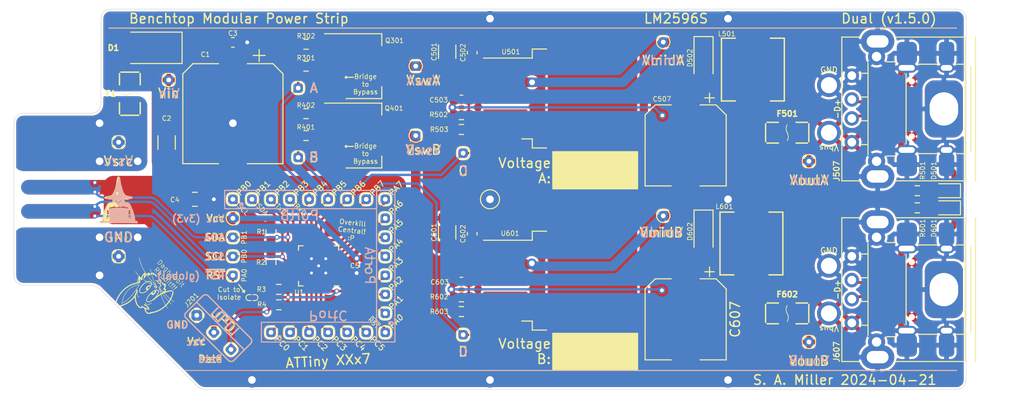
<source format=kicad_pcb>
(kicad_pcb (version 20211014) (generator pcbnew)
  (title_block (title "Benchtop Modular Power Strip") (date "2024-04-21") (rev "1.5.0") (company "S. A. Miller") (comment 1 "LM2596S") (comment 2 "Dual"))
  (layers (0 "F.Cu" signal) (31 "B.Cu" signal) (34 "B.Paste" user) (35 "F.Paste" user) (36 "B.SilkS" user "B.Silkscreen") (37 "F.SilkS" user "F.Silkscreen") (38 "B.Mask" user) (39 "F.Mask" user) (44 "Edge.Cuts" user))
  (net 0 "")
  (net 1 "GND")
  (net 2 "~{RESET}")
  (net 3 "Dat0")
  (net 4 "PA4")
  (net 5 "PA5")
  (net 6 "PA6")
  (net 7 "PA7")
  (net 8 "PB2")
  (net 9 "PB3")
  (net 10 "PA1")
  (net 11 "PA2")
  (net 12 "PA3")
  (net 13 "PB0")
  (net 14 "PB1")
  (net 15 "PB4")
  (net 16 "PB5")
  (net 17 "PB6")
  (net 18 "PB7")
  (net 19 "PC2")
  (net 20 "PC3")
  (net 21 "PC4")
  (net 22 "PC5")
  (net 23 "Vsrc")
  (net 24 "Vin")
  (net 25 "/Source Power Rail/Vprot")
  (net 26 "PA0")
  (net 27 "I2C-Vcc")
  (net 28 "PC0")
  (net 29 "PC1")
  (net 30 "Net-(Q301-Pad1)")
  (net 31 "VswA")
  (net 32 "Net-(Q401-Pad1)")
  (net 33 "VswB")
  (net 34 "Net-(C603-Pad1)")
  (net 35 "Net-(D501-Pad2)")
  (net 36 "VoutA")
  (net 49 "VoutB")
  (net 50 "Net-(D601-Pad2)")
  (net 51 "/OUT-A/Feedback A")
  (net 52 "/OUT-A/Vmid A")
  (net 53 "Net-(C503-Pad1)")
  (net 54 "/OUT-B/Feedback B")
  (net 55 "/OUT-B/Vmid B")
  (footprint "tinker:TestPoint_THTPad_D1.0mm_Drill0.5mm" (layer "F.Cu") (at 79 114)
    (fp_text reference "PC1")
    (fp_text value "CtrlC" hide)
  )
  (footprint "Capacitor_SMD:C_0603_1608Metric" (layer "F.Cu") (at 97 108.712)
    (fp_text reference "C603")
    (fp_text value "200p")
  )
  (footprint "Package_TO_SOT_SMD:SOT-223-3_TabPin2" (layer "F.Cu") (at 86.7278 93.3)
    (fp_text reference "Q401")
    (fp_text value "ZXMP4A16G")
  )
  (footprint "Resistor_SMD:R_0603_1608Metric" (layer "F.Cu") (at 97 91.1)
    (fp_text reference "R502")
    (fp_text value "3K")
  )
  (footprint "tinker:TestPoint_THTPad_D1.0mm_Drill0.5mm" (layer "F.Cu") (at 92.2 93.3)
    (fp_text reference "TP402" hide)
    (fp_text value "VswB" hide)
  )
  (footprint "Capacitor_SMD:C_0805_2012Metric" (layer "F.Cu") (at 69 100)
    (fp_text reference "C4")
    (fp_text value "4.7uF")
  )
  (footprint "tinker:IND-SMD_L7.1-W6.6" (layer "F.Cu") (at 127.4572 104.648 -90)
    (fp_text reference "L601")
    (fp_text value "68uH")
  )
  (footprint "Resistor_SMD:R_0603_1608Metric" (layer "F.Cu") (at 77.825 109.474)
    (fp_text reference "R3")
    (fp_text value "10k")
  )
  (footprint "LED_SMD:LED_0603_1608Metric" (layer "F.Cu") (at 147.9296 99.1 180)
    (fp_text reference "D501")
    (fp_text value "LED")
  )
  (footprint "Resistor_SMD:R_0603_1608Metric" (layer "F.Cu") (at 80.6794 86)
    (fp_text reference "R301")
    (fp_text value "100R")
  )
  (footprint "tinker:TestPoint_THTPad_D1.0mm_Drill0.5mm" (layer "F.Cu") (at 73 108)
    (fp_text reference "TP3" hide)
    (fp_text value "Dat0" hide)
  )
  (footprint "tinker:TestPoint_THTPad_D1.0mm_Drill0.5mm" (layer "F.Cu") (at 61 94)
    (fp_text reference "TP1" hide)
    (fp_text value "Vsrc" hide)
  )
  (footprint "tinker:TestPoint_THTPad_D1.0mm_Drill0.5mm" (layer "F.Cu") (at 85 114 90)
    (fp_text reference "PC4")
    (fp_text value "CtrlC" hide)
  )
  (footprint "Capacitor_SMD:C_0603_1608Metric" (layer "F.Cu") (at 86.8172 106.9848 -90)
    (fp_text reference "C5")
    (fp_text value "100nF")
  )
  (footprint "Resistor_SMD:R_0603_1608Metric" (layer "F.Cu") (at 144.8816 100.9)
    (fp_text reference "R601")
    (fp_text value "?")
  )
  (footprint "tinker:TestPoint_THTPad_D1.0mm_Drill0.5mm" (layer "F.Cu") (at 79.8544 95.6)
    (fp_text reference "TP401" hide)
    (fp_text value "CtrlA" hide)
  )
  (footprint "tinker:TestPoint_THTPad_D1.0mm_Drill0.5mm" (layer "F.Cu") (at 81 100 90)
    (fp_text reference "PB4")
    (fp_text value "CtrlB" hide)
  )
  (footprint "tinker:F1206" (layer "F.Cu") (at 62.176 88.9 90)
    (fp_text reference "F1")
    (fp_text value "Polyfuse" hide)
  )
  (footprint "tinker:USB_A+C+XT30" (layer "F.Cu") (at 150 109.5 90)
    (fp_text reference "J607")
    (fp_text value "USB_A+C+XT30" hide)
  )
  (footprint "Resistor_SMD:R_0603_1608Metric" (layer "F.Cu") (at 97 92.6592 180)
    (fp_text reference "R503")
    (fp_text value "1K")
  )
  (footprint "Resistor_SMD:R_0603_1608Metric" (layer "F.Cu") (at 97 110.2558)
    (fp_text reference "R602")
    (fp_text value "3K")
  )
  (footprint "Resistor_SMD:R_0603_1608Metric" (layer "F.Cu") (at 77 103.4288 -90)
    (fp_text reference "R1")
    (fp_text value "10k")
  )
  (footprint "tinker:TestPoint_THTPad_D1.0mm_Drill0.5mm" (layer "F.Cu") (at 89 110 180)
    (fp_text reference "PA2")
    (fp_text value "CtrlA" hide)
  )
  (footprint "tinker:TestPoint_THTPad_D1.0mm_Drill0.5mm" (layer "F.Cu") (at 87 114 90)
    (fp_text reference "PC5")
    (fp_text value "CtrlC" hide)
  )
  (footprint "tinker:TestPoint_THTPad_D1.0mm_Drill0.5mm" (layer "F.Cu") (at 92.2 86)
    (fp_text reference "TP302" hide)
    (fp_text value "VswA" hide)
  )
  (footprint "tinker:TestPoint_THTPad_D1.0mm_Drill0.5mm" (layer "F.Cu") (at 133.5 96)
    (fp_text reference "TP501" hide)
    (fp_text value "Vout1" hide)
  )
  (footprint "Diode_SMD:D_SOD-123" (layer "F.Cu") (at 122.428 85.1408 -90)
    (fp_text reference "D502")
    (fp_text value "PMEG6010CEH")
  )
  (footprint "Resistor_SMD:R_0603_1608Metric" (layer "F.Cu") (at 144.8816 99.1)
    (fp_text reference "R501")
    (fp_text value "?")
  )
  (footprint "Resistor_SMD:R_0603_1608Metric" (layer "F.Cu") (at 77.825 111.0996 180)
    (fp_text reference "R4")
    (fp_text value "330R")
  )
  (footprint "Capacitor_SMD:C_1206_3216Metric" (layer "F.Cu") (at 95.504 84.4804 90)
    (fp_text reference "C501")
    (fp_text value "10uF")
  )
  (footprint "Package_TO_SOT_SMD:TO-263-5_TabPin3" (layer "F.Cu") (at 107.3912 89.4)
    (fp_text reference "U501")
    (fp_text value "LM2596S-ADJ")
  )
  (footprint "tinker:TestPoint_THTPad_D1.0mm_Drill0.5mm" (layer "F.Cu") (at 89 106 180)
    (fp_text reference "PA4")
    (fp_text value "CtrlA" hide)
  )
  (footprint "tinker:IND-SMD_L7.1-W6.6" (layer "F.Cu") (at 127.6096 86.36 -90)
    (fp_text reference "L501")
    (fp_text value "68uH")
  )
  (footprint "tinker:tinySJ-Bridged" (layer "F.Cu") (at 75 110.3376)
    (fp_text reference "JP201" hide)
    (fp_text value "Jumper_2_Bridged" hide)
  )
  (footprint "tinker:TestPoint_THTPad_D1.0mm_Drill0.5mm" (layer "F.Cu") (at 97.1804 114.2492)
    (fp_text reference "TP602" hide)
    (fp_text value "Vmid" hide)
  )
  (footprint "Capacitor_SMD:CP_Elec_10x10" (layer "F.Cu") (at 73 91 -90)
    (fp_text reference "C1")
    (fp_text value "220uF")
  )
  (footprint "tinker:TestPoint_THTPad_D1.0mm_Drill0.5mm" (layer "F.Cu") (at 75 100 90)
    (fp_text reference "PB1")
    (fp_text value "CtrlB" hide)
  )
  (footprint "tinker:TestPoint_THTPad_D1.0mm_Drill0.5mm" (layer "F.Cu") (at 81 114 90)
    (fp_text reference "PC2")
    (fp_text value "CtrlC" hide)
  )
  (footprint "tinker:TestPoint_THTPad_D1.0mm_Drill0.5mm" (layer "F.Cu") (at 89 100 180)
    (fp_text reference "PA7")
    (fp_text value "CtrlA" hide)
  )
  (footprint "Package_DFN_QFN:QFN-24-1EP_4x4mm_P0.5mm_EP2.6x2.6mm" (layer "F.Cu") (at 82 107 180)
    (fp_text reference "U1")
    (fp_text value "ATtiny1617")
  )
  (footprint "tinker:NerdMage" (layer "F.Cu") (at 61 100)
    (fp_text reference "G***" hide)
    (fp_text value "LOGO" hide)
  )
  (footprint "tinker:TestPoint_THTPad_D1.0mm_Drill0.5mm" (layer "F.Cu") (at 77 114)
    (fp_text reference "PC0")
    (fp_text value "CtrlC" hide)
  )
  (footprint "tinker:TestPoint_THTPad_D1.0mm_Drill0.5mm" (layer "F.Cu") (at 66.262 87.45)
    (fp_text reference "TP2" hide)
    (fp_text value "Vin" hide)
  )
  (footprint "tinker:TestPoint_THTPad_D1.0mm_Drill0.5mm" (layer "F.Cu") (at 118.2 101.738)
    (fp_text reference "TP603" hide)
    (fp_text value "Vmid" hide)
  )
  (footprint "Capacitor_SMD:C_0603_1608Metric" (layer "F.Cu") (at 98.1304 84.582 90)
    (fp_text reference "C502")
    (fp_text value "100nF")
  )
  (footprint "tinker:TestPoint_THTPad_D1.0mm_Drill0.5mm" (layer "F.Cu") (at 83 100 90)
    (fp_text reference "PB5")
    (fp_text value "CtrlB" hide)
  )
  (footprint "tinker:TestPoint_THTPad_D1.0mm_Drill0.5mm" (layer "F.Cu") (at 118.2 83.4644)
    (fp_text reference "TP503" hide)
    (fp_text value "Vmid" hide)
  )
  (footprint "tinker:TestPoint_THTPad_D1.0mm_Drill0.5mm" (layer "F.Cu") (at 61 106)
    (fp_text reference "TP7" hide)
    (fp_text value "GND" hide)
  )
  (footprint "Capacitor_SMD:C_1206_3216Metric" (layer "F.Cu") (at 66.04 94.0308 -90)
    (fp_text reference "C2")
    (fp_text value "10uF")
  )
  (footprint "tinker:DagNabbit" (layer "F.Cu") (at 64.1016 109.72 135)
    (fp_text reference "REF**" hide)
    (fp_text value "DagNabbit" hide)
  )
  (footprint "Capacitor_SMD:CP_Elec_8x10" (layer "F.Cu") (at 120.5484 112.6236 -90)
    (fp_text reference "C607")
    (fp_text value "220uF")
  )
  (footprint "Package_TO_SOT_SMD:SOT-223-3_TabPin2" (layer "F.Cu") (at 86.7278 86)
    (fp_text reference "Q301")
    (fp_text value "ZXMP4A16G")
  )
  (footprint "tinker:TestPoint_THTPad_D1.0mm_Drill0.5mm" (layer "F.Cu") (at 79.8544 88.3)
    (fp_text reference "TP301" hide)
    (fp_text value "CtrlA" hide)
  )
  (footprint "tinker:TestPoint_THTPad_D1.0mm_Drill0.5mm" (layer "F.Cu") (at 89 102 180)
    (fp_text reference "PA6")
    (fp_text value "CtrlA" hide)
  )
  (footprint "tinker:TestPoint_THTPad_D1.0mm_Drill0.5mm" (layer "F.Cu") (at 89 112 180)
    (fp_text reference "PA1")
    (fp_text value "CtrlA" hide)
  )
  (footprint "Resistor_SMD:R_0603_1608Metric" (layer "F.Cu") (at 80.6794 91)
    (fp_text reference "R402")
    (fp_text value "10k")
  )
  (footprint "tinker:USB_A+C+XT30" (layer "F.Cu") (at 150 90.5 90)
    (fp_text reference "J507")
    (fp_text value "USB_A+C+XT30" hide)
  )
  (footprint "tinker:F1206" (layer "F.Cu") (at 131.2164 112)
    (fp_text reference "F602")
    (fp_text value "Polyfuse" hide)
  )
  (footprint "tinker:F1206" (layer "F.Cu") (at 131.2164 93)
    (fp_text reference "F501")
    (fp_text value "Polyfuse" hide)
  )
  (footprint "tinker:TestPoint_THTPad_D1.0mm_Drill0.5mm" (layer "F.Cu") (at 77 100 90)
    (fp_text reference "PB2")
    (fp_text value "CtrlB" hide)
  )
  (footprint "Capacitor_SMD:C_0603_1608Metric" (layer "F.Cu") (at 97 89.5604)
    (fp_text reference "C503")
    (fp_text value "200p")
  )
  (footprint "Package_TO_SOT_SMD:TO-263-5_TabPin3" (layer "F.Cu") (at 107.3912 108.5558)
    (fp_text reference "U601")
    (fp_text value "LM2596S-ADJ")
  )
  (footprint "tinker:TestPoint_THTPad_D1.0mm_Drill0.5mm" (layer "F.Cu") (at 73 106)
    (fp_text reference "TP6" hide)
    (fp_text value "Dat3" hide)
  )
  (footprint "tinker:TestPoint_THTPad_D1.0mm_Drill0.5mm" (layer "F.Cu") (at 133.5 115)
    (fp_text reference "TP601" hide)
    (fp_text value "Vout1" hide)
  )
  (footprint "Resistor_SMD:R_0603_1608Metric" (layer "F.Cu") (at 77 106.6292 90)
    (fp_text reference "R2")
    (fp_text value "10k")
  )
  (footprint "tinker:TestPoint_THTPad_D1.0mm_Drill0.5mm" (layer "F.Cu") (at 89 104 180)
    (fp_text reference "PA5")
    (fp_text value "CtrlA" hide)
  )
  (footprint "tinker:TestPoint_THTPad_D1.0mm_Drill0.5mm" (layer "F.Cu") (at 87 100 90)
    (fp_text reference "PB7")
    (fp_text value "CtrlB" hide)
  )
  (footprint "tinker:TestPoint_THTPad_D1.0mm_Drill0.5mm" (layer "F.Cu") (at 73 100 90)
    (fp_text reference "PB0")
    (fp_text value "CtrlB" hide)
  )
  (footprint "Resistor_SMD:R_0603_1608Metric" (layer "F.Cu") (at 80.6794 83.7)
    (fp_text reference "R302")
    (fp_text value "10k")
  )
  (footprint "Diode_SMD:D_SMA" (layer "F.Cu") (at 64.262 84.074 180)
    (fp_text reference "D1")
    (fp_text value "D_Schottky")
  )
  (footprint "tinker:TestPoint_THTPad_D1.0mm_Drill0.5mm" (layer "F.Cu") (at 79 100 90)
    (fp_text reference "PB3")
    (fp_text value "CtrlB" hide)
  )
  (footprint "Capacitor_SMD:C_0603_1608Metric" (layer "F.Cu") (at 73 83.5)
    (fp_text reference "C3")
    (fp_text value "100nF")
  )
  (footprint "Resistor_SMD:R_0603_1608Metric" (layer "F.Cu") (at 80.6794 93.3)
    (fp_text reference "R401")
    (fp_text value "100R")
  )
  (footprint "Diode_SMD:D_SOD-123" (layer "F.Cu") (at 122.428 103.388 -90)
    (fp_text reference "D602")
    (fp_text value "PMEG6010CEH")
  )
  (footprint "tinker:TestPoint_THTPad_D1.0mm_Drill0.5mm" (layer "F.Cu") (at 83 114 90)
    (fp_text reference "PC3")
    (fp_text value "CtrlC" hide)
  )
  (footprint "Capacitor_SMD:CP_Elec_8x10" (layer "F.Cu") (at 120.5484 94.3356 -90)
    (fp_text reference "C507")
    (fp_text value "220uF")
  )
  (footprint "tinker:TestPoint_THTPad_D1.0mm_Drill0.5mm" (layer "F.Cu") (at 89 108 180)
    (fp_text reference "PA3")
    (fp_text value "CtrlA" hide)
  )
  (footprint "LED_SMD:LED_0603_1608Metric" (layer "F.Cu") (at 147.9296 100.9 180)
    (fp_text reference "D601")
    (fp_text value "LED")
  )
  (footprint "Resistor_SMD:R_0603_1608Metric" (layer "F.Cu") (at 97 111.8108 180)
    (fp_text reference "R603")
    (fp_text value "1K")
  )
  (footprint "tinker:UPDI_connection" (layer "F.Cu") (at 71 114 -45)
    (fp_text reference "J201")
    (fp_text value "UPDI Connection" hide)
  )
  (footprint "tinker:TestPoint_THTPad_D1.0mm_Drill0.5mm" (layer "F.Cu") (at 89 114 180)
    (fp_text reference "PA0")
    (fp_text value "CtrlA" hide)
  )
  (footprint "Capacitor_SMD:C_0603_1608Metric" (layer "F.Cu") (at 98.1304 103.632 90)
    (fp_text reference "C602")
    (fp_text value "100nF")
  )
  (footprint "tinker:TestPoint_THTPad_D1.0mm_Drill0.5mm" (layer "F.Cu") (at 97.1804 95.1484)
    (fp_text reference "TP502" hide)
    (fp_text value "Vmid" hide)
  )
  (footprint "tinker:TestPoint_THTPad_D1.0mm_Drill0.5mm" (layer "F.Cu") (at 73 102)
    (fp_text reference "TP4" hide)
    (fp_text value "Dat1" hide)
  )
  (footprint "tinker:TestPoint_THTPad_D1.0mm_Drill0.5mm" (layer "F.Cu") (at 73 104)
    (fp_text reference "TP5" hide)
    (fp_text value "Dat2" hide)
  )
  (footprint "Capacitor_SMD:C_1206_3216Metric" (layer "F.Cu") (at 95.504 103.4796 90)
    (fp_text reference "C601")
    (fp_text value "10uF")
  )
  (footprint "tinker:TestPoint_THTPad_D1.0mm_Drill0.5mm" (layer "F.Cu") (at 85 100 90)
    (fp_text reference "PB6")
    (fp_text value "CtrlB" hide)
  )
  (footprint "tinker:NerdMage" (layer "B.Cu") (at 61 100 180)
    (fp_text reference "G***" hide)
    (fp_text value "LOGO" hide)
  )
  (gr_line (start 68 118) (end 149 118) (layer "B.SilkS") (width 0.1))
  (gr_rect (start 72.136 99.06) (end 88.0872 100.9904) (layer "B.SilkS") (width 0.12) (fill none))
  (gr_line (start 60 82) (end 149 82) (layer "B.SilkS") (width 0.1))
  (gr_rect (start 88.0872 115.0112) (end 75.9968 112.9284) (layer "B.SilkS") (width 0.12) (fill none))
  (gr_rect (start 88.0872 99.06) (end 90.0176 115.0112) (layer "B.SilkS") (width 0.12) (fill none))
  (gr_line (start 84.7942 94.4372) (end 84.8958 94.3356) (layer "F.SilkS") (width 0.12))
  (gr_line (start 84.8958 94.5388) (end 84.7942 94.4372) (layer "F.SilkS") (width 0.12))
  (gr_line (start 84.7942 87.1728) (end 84.8958 87.0712) (layer "F.SilkS") (width 0.12))
  (gr_line (start 73.6108 108.966) (end 74.2204 109.7788) (layer "F.SilkS") (width 0.12))
  (gr_line (start 85.6578 87.1728) (end 84.7942 87.1728) (layer "F.SilkS") (width 0.12))
  (gr_line (start 85.6578 94.4372) (end 84.7942 94.4372) (layer "F.SilkS") (width 0.12))
  (gr_line (start 84.8958 87.0712) (end 84.8958 87.2744) (layer "F.SilkS") (width 0.12))
  (gr_line (start 60 82) (end 149 82) (layer "F.SilkS") (width 0.1))
  (gr_line (start 75 118) (end 149 118) (layer "F.SilkS") (width 0.1))
  (gr_line (start 74.0172 109.728) (end 74.2204 109.7788) (layer "F.SilkS") (width 0.12))
  (gr_rect (start 106.6 95) (end 115.5 98.9) (layer "F.SilkS") (width 0.12) (fill solid))
  (gr_line (start 84.8958 87.2744) (end 84.7942 87.1728) (layer "F.SilkS") (width 0.12))
  (gr_rect (start 106.6 114.1) (end 115.5 118) (layer "F.SilkS") (width 0.12) (fill solid))
  (gr_line (start 74.2204 109.7788) (end 74.2204 109.5756) (layer "F.SilkS") (width 0.12))
  (gr_line (start 84.8958 94.3356) (end 84.8958 94.5388) (layer "F.SilkS") (width 0.12))
  (gr_circle (center 100 100) (end 101 100) (layer "F.SilkS") (width 0.12) (fill none))
  (gr_line (start 74.2204 109.5756) (end 74.0172 109.728) (layer "F.SilkS") (width 0.12))
  (gr_line (start 59.144 109.548) (end 69.144 119.548) (layer "Edge.Cuts") (width 0.05))
  (gr_arc (start 149 80) (mid 149.707107 80.292893) (end 150 81) (layer "Edge.Cuts") (width 0.05))
  (gr_arc (start 50 91.96) (mid 50.292893 91.252893) (end 51 90.96) (layer "Edge.Cuts") (width 0.05))
  (gr_line (start 50 108.04) (end 50 91.96) (layer "Edge.Cuts") (width 0.05))
  (gr_line (start 60.144 80) (end 149 80) (layer "Edge.Cuts") (width 0.05))
  (gr_arc (start 58.144 109.04) (mid 58.694524 109.194544) (end 59.144 109.548) (layer "Edge.Cuts") (width 0.05))
  (gr_line (start 59.144 81) (end 59.144 89.96) (layer "Edge.Cuts") (width 0.05))
  (gr_arc (start 59.144 81) (mid 59.436893 80.292893) (end 60.144 80) (layer "Edge.Cuts") (width 0.05))
  (gr_arc (start 150 119) (mid 149.707107 119.707107) (end 149 120) (layer "Edge.Cuts") (width 0.05))
  (gr_arc (start 70.144 120) (mid 69.594859 119.882718) (end 69.144 119.548) (layer "Edge.Cuts") (width 0.05))
  (gr_line (start 150 119) (end 150 81) (layer "Edge.Cuts") (width 0.05))
  (gr_line (start 51 90.96) (end 58.144 90.96) (layer "Edge.Cuts") (width 0.05))
  (gr_arc (start 51 109.04) (mid 50.292893 108.747107) (end 50 108.04) (layer "Edge.Cuts") (width 0.05))
  (gr_arc (start 59.144 89.96) (mid 58.851107 90.667107) (end 58.144 90.96) (layer "Edge.Cuts") (width 0.05))
  (gr_line (start 58.144 109.04) (end 51 109.04) (layer "Edge.Cuts") (width 0.05))
  (gr_line (start 149 120) (end 70.144 120) (layer "Edge.Cuts") (width 0.05))
  (gr_text "VmidA" (at 118.1608 85.3948) (layer "B.SilkS") (effects (font (size 1 1)) (justify mirror)))
  (gr_text "Vcc (3v3)" (at 72.194 102.0516) (layer "B.SilkS") (effects (font (size 0.75 0.75)) (justify left mirror)))
  (gr_text "B" (at 81.4832 95.5548) (layer "B.SilkS") (effects (font (size 1 1)) (justify mirror)))
  (gr_text "VoutA" (at 133.5532 97.9932) (layer "B.SilkS") (effects (font (size 1 1)) (justify mirror)))
  (gr_text "D" (at 97.1804 116.0272) (layer "B.SilkS") (effects (font (size 1 1)) (justify mirror)))
  (gr_text "PortA" (at 87.376 106.9848 270) (layer "B.SilkS") (effects (font (size 1 1)) (justify mirror)))
  (gr_text "0" (at 73.914 100.6348) (layer "B.SilkS") (effects (font (size 0.5 0.5) (thickness 0.1)) (justify mirror)))
  (gr_text "0" (at 89.6112 113.03 90) (layer "B.SilkS") (effects (font (size 0.5 0.5) (thickness 0.1)) (justify mirror)))
  (gr_text "VswA" (at 93.0148 87.5284) (layer "B.SilkS") (effects (font (size 1 1)) (justify mirror)))
  (gr_text "VoutB" (at 133.5024 116.9924) (layer "B.SilkS") (effects (font (size 1 1)) (justify mirror)))
  (gr_text "VmidB" (at 118.0084 103.4796) (layer "B.SilkS") (effects (font (size 1 1)) (justify mirror)))
  (gr_text "GND" (at 60.96 103.9876) (layer "B.SilkS") (effects (font (size 1 1)) (justify mirror)))
  (gr_text "SDA" (at 72.194 104.0516) (layer "B.SilkS") (effects (font (size 0.75 0.75)) (justify left mirror)))
  (gr_text "Vin" (at 66.294 88.9) (layer "B.SilkS") (effects (font (size 1 1)) (justify mirror)))
  (gr_text "PortC" (at 83.0072 112.2172 180) (layer "B.SilkS") (effects (font (size 1 1)) (justify mirror)))
  (gr_text "PortB" (at 80.01 101.7016) (layer "B.SilkS") (effects (font (size 1 1)) (justify mirror)))
  (gr_text "VswB" (at 93.0148 94.8436) (layer "B.SilkS") (effects (font (size 1 1)) (justify mirror)))
  (gr_text "0" (at 77.9272 114.6048) (layer "B.SilkS") (effects (font (size 0.5 0.5) (thickness 0.1)) (justify mirror)))
  (gr_text "SCL" (at 72.194 106.0516) (layer "B.SilkS") (effects (font (size 0.75 0.75)) (justify left mirror)))
  (gr_text "C" (at 97.1804 97.028) (layer "B.SilkS") (effects (font (size 1 1)) (justify mirror)))
  (gr_text "A" (at 81.4832 88.2904) (layer "B.SilkS") (effects (font (size 1 1)) (justify mirror)))
  (gr_text "~{RST} (global)" (at 72.2376 108.0516) (layer "B.SilkS") (effects (font (size 0.75 0.75)) (justify left mirror)))
  (gr_text "Vsrc" (at 60.96 95.9612) (layer "B.SilkS") (effects (font (size 1 1)) (justify mirror)))
  (gr_text "${TITLE}" (at 62 81) (layer "F.SilkS") (effects (font (size 1 1)) (justify left)))
  (gr_text "${COMMENT2} (v${REVISION})" (at 147 81) (layer "F.SilkS") (effects (font (size 1 1)) (justify right)))
  (gr_text "VmidB" (at 118 103.5) (layer "F.SilkS") (effects (font (size 1 1))))
  (gr_text "~{RST}" (at 72.3 108) (layer "F.SilkS") (effects (font (size 0.75 0.75)) (justify right)))
  (gr_text "Vin" (at 66.262 88.8492) (layer "F.SilkS") (effects (font (size 1 1))))
  (gr_text "${COMMENT1}" (at 123 81) (layer "F.SilkS") (effects (font (size 1 1)) (justify right)))
  (gr_text "SCL" (at 72.2564 106) (layer "F.SilkS") (effects (font (size 0.75 0.75)) (justify right)))
  (gr_text "RxD" (at 79.55 100.55 315) (layer "F.SilkS") (effects (font (size 0.5 0.5) (thickness 0.075)) (justify left)))
  (gr_text "Voltage\nA:" (at 106.5 97) (layer "F.SilkS") (effects (font (size 1 1)) (justify right)))
  (gr_text "D" (at 97.1804 116.0272) (layer "F.SilkS") (effects (font (size 1 1))))
  (gr_text "B" (at 81.5044 95.6) (layer "F.SilkS") (effects (font (size 1 1))))
  (gr_text "Vcc" (at 72.2564 102) (layer "F.SilkS") (effects (font (size 0.75 0.75)) (justify right)))
  (gr_text "TxD" (at 77.55 100.55 315) (layer "F.SilkS") (effects (font (size 0.5 0.5) (thickness 0.075)) (justify left)))
  (gr_text "C" (at 97.1804 97.028) (layer "F.SilkS") (effects (font (size 1 1))))
  (gr_text "PB1" (at 74.1868 104 90) (layer "F.SilkS") (effects (font (size 0.5 0.5) (thickness 0.075))))
  (gr_text "SDA" (at 72.2564 104) (layer "F.SilkS") (effects (font (size 0.75 0.75)) (justify right)))
  (gr_text "Voltage\nB:" (at 106.5 116) (layer "F.SilkS") (effects (font (size 1 1)) (justify right)))
  (gr_text "Overkill\nCentral!\n:P" (at 85.4964 103.2764 -6.282) (layer "F.SilkS") (effects (font (size 0.5 0.5) (thickness 0.075))))
  (gr_text "Vsrc" (at 61 96) (layer "F.SilkS") (effects (font (size 1 1))))
  (gr_text "ATTiny XXx7" (at 83 117 3.141) (layer "F.SilkS") (effects (font (size 1 1))))
  (gr_text "Bridge\nto\nBypass" (at 86.9278 95.2) (layer "F.SilkS") (effects (font (size 0.5 0.5) (thickness 0.075))))
  (gr_text "Bridge\nto\nBypass" (at 86.9278 87.9) (layer "F.SilkS") (effects (font (size 0.5 0.5) (thickness 0.075))))
  (gr_text "Cut to\nIsolate" (at 72.6 109.9) (layer "F.SilkS") (effects (font (size 0.5 0.5) (thickness 0.075))))
  (gr_text "VswB" (at 93 94.8) (layer "F.SilkS") (effects (font (size 1 1))))
  (gr_text "A" (at 81.5044 88.3) (layer "F.SilkS") (effects (font (size 1 1))))
  (gr_text "SCL" (at 73.55 100.55 315) (layer "F.SilkS") (effects (font (size 0.5 0.5) (thickness 0.075)) (justify left)))
  (gr_text "VoutB" (at 133.5 117) (layer "F.SilkS") (effects (font (size 1 1))))
  (gr_text "VswA" (at 93 87.5) (layer "F.SilkS") (effects (font (size 1 1))))
  (gr_text "PA0" (at 74.1868 108 90) (layer "F.SilkS") (effects (font (size 0.5 0.5) (thickness 0.075))))
  (gr_text "${COMPANY} ${ISSUE_DATE}" (at 147 119) (layer "F.SilkS") (effects (font (size 1 1)) (justify right)))
  (gr_text "VoutA" (at 133.5 98) (layer "F.SilkS") (effects (font (size 1 1))))
  (gr_text "SDA" (at 75.55 100.55 315) (layer "F.SilkS") (effects (font (size 0.5 0.5) (thickness 0.075)) (justify left)))
  (gr_text "VmidA" (at 118.2 85.4) (layer "F.SilkS") (effects (font (size 1 1))))
  (gr_text "GND" (at 61 104) (layer "F.SilkS") (effects (font (size 1 1))))
  (gr_text "~{RST}" (at 88.3 113.5 -45) (layer "F.SilkS") (effects (font (size 0.5 0.5) (thickness 0.075)) (justify right)))
  (gr_text "PB0" (at 74.1868 106 90) (layer "F.SilkS") (effects (font (size 0.5 0.5) (thickness 0.075))))
  (segment (start 73 92) (end 73 95) (width 0.5) (layer "F.Cu") (net 1))
  (segment (start 84.932549 107.613353) (end 84.715642 107.396446) (width 0.25) (layer "F.Cu") (net 1))
  (segment (start 86 107.7598) (end 85.286103 107.7598) (width 0.25) (layer "F.Cu") (net 1))
  (segment (start 74.5 83.5) (end 73.775 83.5) (width 0.5) (layer "F.Cu") (net 1))
  (segment (start 71 100) (end 69.95 100) (width 0.5) (layer "F.Cu") (net 1))
  (segment (start 86.8172 107.7598) (end 86 107.7598) (width 0.5) (layer "F.Cu") (net 1))
  (segment (start 72.4942 95.5058) (end 73 95) (width 0.5) (layer "F.Cu") (net 1))
  (segment (start 82.25 107.25) (end 82 107) (width 0.25) (layer "F.Cu") (net 1))
  (segment (start 83.9375 107.25) (end 82.25 107.25) (width 0.25) (layer "F.Cu") (net 1))
  (segment (start 148.7171 99.1) (end 148.7171 97.115433) (width 0.5) (layer "F.Cu") (net 1))
  (segment (start 148.7171 102.884567) (end 147.948632 103.653035) (width 0.5) (layer "F.Cu") (net 1))
  (segment (start 66.04 95.5058) (end 72.4942 95.5058) (width 0.5) (layer "F.Cu") (net 1))
  (segment (start 84.362089 107.25) (end 83.9375 107.25) (width 0.25) (layer "F.Cu") (net 1))
  (segment (start 148.7171 97.115433) (end 147.948632 96.346965) (width 0.5) (layer "F.Cu") (net 1))
  (segment (start 148.7171 100.9) (end 148.7171 102.884567) (width 0.5) (layer "F.Cu") (net 1))
  (via (at 82.75 107.75) (size 0.5) (drill 0.3) (layers "F.Cu" "B.Cu") (net 1))
  (via (at 75 119) (size 1.6) (drill 0.8) (layers "F.Cu" "B.Cu") (net 1))
  (via (at 86 107.7598) (size 0.8) (drill 0.4) (layers "F.Cu" "B.Cu") (net 1))
  (via (at 73 92) (size 1.6) (drill 0.8) (layers "F.Cu" "B.Cu") (net 1))
  (via (at 82 107) (size 0.5) (drill 0.3) (layers "F.Cu" "B.Cu") (net 1))
  (via (at 63 104) (size 1.6) (drill 0.8) (layers "F.Cu" "B.Cu") (net 1))
  (via (at 82.75 106.25) (size 0.5) (drill 0.3) (layers "F.Cu" "B.Cu") (net 1))
  (via (at 81.25 107.75) (size 0.5) (drill 0.3) (layers "F.Cu" "B.Cu") (net 1))
  (via (at 74.5 83.5) (size 0.8) (drill 0.4) (layers "F.Cu" "B.Cu") (net 1))
  (via (at 71 100) (size 0.8) (drill 0.4) (layers "F.Cu" "B.Cu") (net 1))
  (via (at 125 81) (size 1.6) (drill 0.8) (layers "F.Cu" "B.Cu") (net 1))
  (via (at 100 119) (size 1.6) (drill 0.8) (layers "F.Cu" "B.Cu") (net 1))
  (via (at 59 104) (size 1.6) (drill 0.8) (layers "F.Cu" "B.Cu") (net 1))
  (via (at 59 108) (size 1.6) (drill 0.8) (layers "F.Cu" "B.Cu") (net 1))
  (via (at 81.25 106.25) (size 0.5) (drill 0.3) (layers "F.Cu" "B.Cu") (net 1))
  (via (at 100 100) (size 1.6) (drill 0.8) (layers "F.Cu" "B.Cu") (net 1))
  (via (at 100 81) (size 1.6) (drill 0.8) (layers "F.Cu" "B.Cu") (net 1))
  (via (at 125 119) (size 1.6) (drill 0.8) (layers "F.Cu" "B.Cu") (net 1))
  (via (at 125 100) (size 1.6) (drill 0.8) (layers "F.Cu" "B.Cu") (net 1))
  (arc (start 84.932549 107.613353) (mid 85.094761 107.72174) (end 85.286103 107.7598) (width 0.25) (layer "F.Cu") (net 1))
  (arc (start 84.715642 107.396446) (mid 84.55343 107.28806) (end 84.362089 107.25) (width 0.25) (layer "F.Cu") (net 1))
  (segment (start 76.555 111.8616) (end 77 111.4166) (width 0.25) (layer "F.Cu") (net 2))
  (segment (start 77 111.4166) (end 77 111.0996) (width 0.25) (layer "F.Cu") (net 2))
  (via (at 76.555 111.8616) (size 0.5) (drill 0.3) (layers "F.Cu" "B.Cu") (net 2))
  (segment (start 76.555 111.8616) (end 76.553073 111.863527) (width 0.25) (layer "B.Cu") (net 2))
  (segment (start 73.621107 112.154493) (end 73.088944 112.686656) (width 0.25) (layer "B.Cu") (net 2))
  (segment (start 76.553073 111.863527) (end 74.229912 111.863527) (width 0.25) (layer "B.Cu") (net 2))
  (segment (start 72.796051 113.393763) (end 72.796051 115.796051) (width 0.25) (layer "B.Cu") (net 2))
  (arc (start 74.229912 111.863527) (mid 73.90066 111.957614) (end 73.621107 112.154493) (width 0.25) (layer "B.Cu") (net 2))
  (arc (start 73.088944 112.686656) (mid 72.872171 113.01108) (end 72.796051 113.393763) (width 0.25) (layer "B.Cu") (net 2))
  (segment (start 73.462753 110.191153) (end 73.146446 109.874846) (width 0.25) (layer "F.Cu") (net 3))
  (segment (start 73 109.521293) (end 73 108) (width 0.25) (layer "F.Cu") (net 3))
  (segment (start 73.816307 110.3376) (end 74.4892 110.3376) (width 0.25) (layer "F.Cu") (net 3))
  (via (at 58.5 101.76) (size 0.5) (drill 0.3) (layers "F.Cu" "B.Cu") (net 3))
  (arc (start 73 109.521293) (mid 73.03806 109.712634) (end 73.146446 109.874846) (width 0.25) (layer "F.Cu") (net 3))
  (arc (start 73.816307 110.3376) (mid 73.624965 110.29954) (end 73.462753 110.191153) (width 0.25) (layer "F.Cu") (net 3))
  (segment (start 70.470707 107.707107) (end 64.816493 102.052893) (width 0.25) (layer "B.Cu") (net 3))
  (segment (start 64.109386 101.76) (end 58.5 101.76) (width 0.25) (layer "B.Cu") (net 3))
  (segment (start 73 108) (end 71.177814 108) (width 0.25) (layer "B.Cu") (net 3))
  (arc (start 64.109386 101.76) (mid 64.492069 101.83612) (end 64.816493 102.052893) (width 0.25) (layer "B.Cu") (net 3))
  (arc (start 71.177814 108) (mid 70.795131 107.92388) (end 70.470707 107.707107) (width 0.25) (layer "B.Cu") (net 3))
  (segment (start 86.198008 104.45) (end 86.7612 104.45) (width 0.25) (layer "F.Cu") (net 4))
  (segment (start 83.9375 106.25) (end 84.398008 106.25) (width 0.25) (layer "F.Cu") (net 4))
  (segment (start 84.398008 106.25) (end 86.198008 104.45) (width 0.25) (layer "F.Cu") (net 4))
  (segment (start 87.45 104.45) (end 86.7612 104.45) (width 0.25) (layer "F.Cu") (net 4))
  (segment (start 89 106) (end 87.45 104.45) (width 0.25) (layer "F.Cu") (net 4))
  (segment (start 84.261612 105.75) (end 86.011612 104) (width 0.25) (layer "F.Cu") (net 5))
  (segment (start 86.3984 104) (end 89 104) (width 0.25) (layer "F.Cu") (net 5))
  (segment (start 86.011612 104) (end 86.3984 104) (width 0.25) (layer "F.Cu") (net 5))
  (segment (start 83.9375 105.75) (end 84.261612 105.75) (width 0.25) (layer "F.Cu") (net 5))
  (segment (start 84.312716 105.0625) (end 85.825216 103.55) (width 0.25) (layer "F.Cu") (net 6))
  (segment (start 85.825216 103.55) (end 86.2896 103.55) (width 0.25) (layer "F.Cu") (net 6))
  (segment (start 83.25 105.0625) (end 84.312716 105.0625) (width 0.25) (layer "F.Cu") (net 6))
  (segment (start 89 102) (end 87.45 103.55) (width 0.25) (layer "F.Cu") (net 6))
  (segment (start 87.45 103.55) (end 86.2896 103.55) (width 0.25) (layer "F.Cu") (net 6))
  (segment (start 82.75 104.601992) (end 83.059592 104.2924) (width 0.25) (layer "F.Cu") (net 7))
  (segment (start 84.44642 104.2924) (end 85.63882 103.1) (width 0.25) (layer "F.Cu") (net 7))
  (segment (start 87.9856 101.346) (end 89 100.3316) (width 0.25) (layer "F.Cu") (net 7))
  (segment (start 87.263604 103.1) (end 87.9856 102.378004) (width 0.25) (layer "F.Cu") (net 7))
  (segment (start 85.63882 103.1) (end 87.263604 103.1) (width 0.25) (layer "F.Cu") (net 7))
  (segment (start 89 100.3316) (end 89 100) (width 0.25) (layer "F.Cu") (net 7))
  (segment (start 83.059592 104.2924) (end 84.44642 104.2924) (width 0.25) (layer "F.Cu") (net 7))
  (segment (start 87.9856 102.378004) (end 87.9856 101.346) (width 0.25) (layer "F.Cu") (net 7))
  (segment (start 82.75 105.0625) (end 82.75 104.601992) (width 0.25) (layer "F.Cu") (net 7))
  (segment (start 79.325 105.973008) (end 79.601992 106.25) (width 0.25) (layer "F.Cu") (net 8))
  (segment (start 79.3496 105.3592) (end 79.325 105.3838) (width 0.25) (layer "F.Cu") (net 8))
  (segment (start 79.325 105.3838) (end 79.325 105.973008) (width 0.25) (layer "F.Cu") (net 8))
  (segment (start 79.601992 106.25) (end 80.0625 106.25) (width 0.25) (layer "F.Cu") (net 8))
  (segment (start 77 100) (end 79.3496 102.3496) (width 0.25) (layer "F.Cu") (net 8))
  (segment (start 79.3496 102.3496) (end 79.3496 105.3592) (width 0.25) (layer "F.Cu") (net 8))
  (segment (start 80.0625 101.062499) (end 79 99.999999) (width 0.25) (layer "F.Cu") (net 9))
  (segment (start 80.0625 105.75) (end 80.0625 101.062499) (width 0.25) (layer "F.Cu") (net 9))
  (segment (start 87.45 110.45) (end 86.9804 110.45) (width 0.25) (layer "F.Cu") (net 10))
  (segment (start 85.860008 110.45) (end 86.9804 110.45) (width 0.25) (layer "F.Cu") (net 10))
  (segment (start 89 112) (end 87.45 110.45) (width 0.25) (layer "F.Cu") (net 10))
  (segment (start 83.25 108.9375) (end 84.347508 108.9375) (width 0.25) (layer "F.Cu") (net 10))
  (segment (start 84.347508 108.9375) (end 85.860008 110.45) (width 0.25) (layer "F.Cu") (net 10))
  (segment (start 86.046404 110) (end 86.886 110) (width 0.25) (layer "F.Cu") (net 11))
  (segment (start 89 110) (end 86.886 110) (width 0.25) (layer "F.Cu") (net 11))
  (segment (start 84.296404 108.25) (end 86.046404 110) (width 0.25) (layer "F.Cu") (net 11))
  (segment (start 83.9375 108.25) (end 84.296404 108.25) (width 0.25) (layer "F.Cu") (net 11))
  (segment (start 87.526 109.474) (end 86.1568 109.474) (width 0.25) (layer "F.Cu") (net 12))
  (segment (start 83.9375 107.75) (end 84.4328 107.75) (width 0.25) (layer "F.Cu") (net 12))
  (segment (start 84.4328 107.75) (end 86.1568 109.474) (width 0.25) (layer "F.Cu") (net 12))
  (segment (start 89 108) (end 87.526 109.474) (width 0.25) (layer "F.Cu") (net 12))
  (segment (start 77.167608 101.4404) (end 78.2001 102.472892) (width 0.25) (layer "F.Cu") (net 13))
  (segment (start 73.8888 100.8888) (end 73 100) (width 0.25) (layer "F.Cu") (net 13))
  (segment (start 77.2343 106.0385) (end 77 105.8042) (width 0.25) (layer "F.Cu") (net 13))
  (segment (start 75.345202 100.981598) (end 75.804004 101.4404) (width 0.25) (layer "F.Cu") (net 13))
  (segment (start 73 100) (end 73.981598 100.981598) (width 0.25) (layer "F.Cu") (net 13))
  (segment (start 78.2001 102.472892) (end 78.2001 106.1209) (width 0.25) (layer "F.Cu") (net 13))
  (segment (start 78.2001 106.0385) (end 77.2343 106.0385) (width 0.25) (layer "F.Cu") (net 13))
  (segment (start 78.2001 106.1209) (end 79.3292 107.25) (width 0.25) (layer "F.Cu") (net 13))
  (segment (start 79.3292 107.25) (end 80.0625 107.25) (width 0.25) (layer "F.Cu") (net 13))
  (segment (start 75.804004 101.4404) (end 77.167608 101.4404) (width 0.25) (layer "F.Cu") (net 13))
  (segment (start 73.981598 100.981598) (end 75.345202 100.981598) (width 0.25) (layer "F.Cu") (net 13))
  (via (at 78.2001 106.0385) (size 0.5) (drill 0.3) (layers "F.Cu" "B.Cu") (net 13))
  (via (at 58.5 100.76) (size 0.5) (drill 0.3) (layers "F.Cu" "B.Cu") (net 13))
  (segment (start 69.967911 105.707107) (end 64.825697 100.564893) (width 0.25) (layer "B.Cu") (net 13))
  (segment (start 64.11859 100.272) (end 59.402214 100.272) (width 0.25) (layer "B.Cu") (net 13))
  (segment (start 73 106) (end 78.1616 106) (width 0.25) (layer "B.Cu") (net 13))
  (segment (start 58.695107 100.564893) (end 58.5 100.76) (width 0.25) (layer "B.Cu") (net 13))
  (segment (start 78.1616 106) (end 78.2001 106.0385) (width 0.25) (layer "B.Cu") (net 13))
  (segment (start 73 106) (end 70.675018 106) (width 0.25) (layer "B.Cu") (net 13))
  (arc (start 58.695107 100.564893) (mid 59.01953 100.34812) (end 59.402214 100.272) (width 0.25) (layer "B.Cu") (net 13))
  (arc (start 69.967911 105.707107) (mid 70.292334 105.92388) (end 70.675018 106) (width 0.25) (layer "B.Cu") (net 13))
  (arc (start 64.825697 100.564893) (mid 64.501274 100.34812) (end 64.11859 100.272) (width 0.25) (layer "B.Cu") (net 13))
  (segment (start 79.465596 106.75) (end 80.0625 106.75) (width 0.25) (layer "F.Cu") (net 14))
  (segment (start 78.7751 103.9876) (end 78.7751 102.411496) (width 0.25) (layer "F.Cu") (net 14))
  (segment (start 77.354004 100.9904) (end 75.9904 100.9904) (width 0.25) (layer "F.Cu") (net 14))
  (segment (start 77.6256 104) (end 77.2538 104) (width 0.25) (layer "F.Cu") (net 14))
  (segment (start 75.9904 100.9904) (end 74.999999 100) (width 0.25) (layer "F.Cu") (net 14))
  (segment (start 78.7751 106.059504) (end 79.465596 106.75) (width 0.25) (layer "F.Cu") (net 14))
  (segment (start 78.7751 102.411496) (end 77.354004 100.9904) (width 0.25) (layer "F.Cu") (net 14))
  (segment (start 78.7751 103.9876) (end 78.7751 106.059504) (width 0.25) (layer "F.Cu") (net 14))
  (segment (start 77.2538 104) (end 77 104.2538) (width 0.25) (layer "F.Cu") (net 14))
  (via (at 77.6256 104) (size 0.5) (drill 0.3) (layers "F.Cu" "B.Cu") (net 14))
  (via (at 58.5 99.24) (size 0.5) (drill 0.3) (layers "F.Cu" "B.Cu") (net 14))
  (via (at 78.7751 103.9876) (size 0.5) (drill 0.3) (layers "F.Cu" "B.Cu") (net 14))
  (segment (start 68.604307 103.707107) (end 65.012093 100.114893) (width 0.25) (layer "B.Cu") (net 14))
  (segment (start 73 104) (end 69.311414 104) (width 0.25) (layer "B.Cu") (net 14))
  (segment (start 78.7627 104) (end 78.7751 103.9876) (width 0.25) (layer "B.Cu") (net 14))
  (segment (start 64.304986 99.822) (end 59.496214 99.822) (width 0.25) (layer "B.Cu") (net 14))
  (segment (start 58.789107 99.529107) (end 58.5 99.24) (width 0.25) (layer "B.Cu") (net 14))
  (segment (start 77.5332 104) (end 78.7627 104) (width 0.25) (layer "B.Cu") (net 14))
  (segment (start 73 104) (end 77.5332 104) (width 0.25) (layer "B.Cu") (net 14))
  (arc (start 59.496214 99.822) (mid 59.113531 99.74588) (end 58.789107 99.529107) (width 0.25) (layer "B.Cu") (net 14))
  (arc (start 68.604307 103.707107) (mid 68.92873 103.92388) (end 69.311414 104) (width 0.25) (layer "B.Cu") (net 14))
  (arc (start 65.012093 100.114893) (mid 64.68767 99.89812) (end 64.304986 99.822) (width 0.25) (layer "B.Cu") (net 14))
  (segment (start 80.75 100.25) (end 81 100) (width 0.25) (layer "F.Cu") (net 15))
  (segment (start 80.75 105.0625) (end 80.75 100.25) (width 0.25) (layer "F.Cu") (net 15))
  (segment (start 79.8544 86) (end 79.8544 88.3) (width 0.25) (layer "F.Cu") (net 15))
  (segment (start 78.1304 90.024) (end 78.1304 96.266) (width 0.25) (layer "B.Cu") (net 15))
  (segment (start 79.8544 88.3) (end 78.1304 90.024) (width 0.25) (layer "B.Cu") (net 15))
  (segment (start 81 99.1356) (end 81 100) (width 0.25) (layer "B.Cu") (net 15))
  (segment (start 78.1304 96.266) (end 81 99.1356) (width 0.25) (layer "B.Cu") (net 15))
  (segment (start 81.25 105.0625) (end 81.25 101.75) (width 0.25) (layer "F.Cu") (net 16))
  (segment (start 82.5084 100.4916) (end 83.000001 100) (width 0.25) (layer "F.Cu") (net 16))
  (segment (start 81.25 101.75) (end 82.5084 100.4916) (width 0.25) (layer "F.Cu") (net 16))
  (segment (start 79.8544 93.3) (end 79.8544 95.6) (width 0.25) (layer "F.Cu") (net 16))
  (segment (start 79.8544 95.6) (end 83 98.7456) (width 0.25) (layer "B.Cu") (net 16))
  (segment (start 83 98.7456) (end 83 100) (width 0.25) (layer "B.Cu") (net 16))
  (segment (start 81.75 101.886396) (end 82.445598 101.190798) (width 0.25) (layer "F.Cu") (net 17))
  (segment (start 84.0096 100.9904) (end 85 100) (width 0.25) (layer "F.Cu") (net 17))
  (segment (start 97.1804 95.1484) (end 99.2678 95.1484) (width 0.25) (layer "F.Cu") (net 17))
  (segment (start 82.445598 101.190798) (end 82.645996 100.9904) (width 0.25) (layer "F.Cu") (net 17))
  (segment (start 81.75 105.0625) (end 81.75 101.886396) (width 0.25) (layer "F.Cu") (net 17))
  (segment (start 82.645996 100.9904) (end 84.0096 100.9904) (width 0.25) (layer "F.Cu") (net 17))
  (segment (start 99.2678 95.1484) (end 101.6162 92.8) (width 0.25) (layer "F.Cu") (net 17))
  (segment (start 97.1804 95.1484) (end 94.8944 97.4344) (width 0.25) (layer "B.Cu") (net 17))
  (segment (start 87.5656 97.4344) (end 85 100) (width 0.25) (layer "B.Cu") (net 17))
  (segment (start 94.8944 97.4344) (end 87.5656 97.4344) (width 0.25) (layer "B.Cu") (net 17))
  (segment (start 82.25 105.0625) (end 82.25 102.2048) (width 0.25) (layer "F.Cu") (net 18))
  (segment (start 83.0144 101.4404) (end 82.8548 101.6) (width 0.25) (layer "F.Cu") (net 18))
  (segment (start 86.0604 100.9396) (end 84.696796 100.9396) (width 0.25) (layer "F.Cu") (net 18))
  (segment (start 84.696796 100.9396) (end 84.195996 101.4404) (width 0.25) (layer "F.Cu") (net 18))
  (segment (start 97.1804 114.2492) (end 99.3228 114.2492) (width 0.25) (layer "F.Cu") (net 18))
  (segment (start 84.195996 101.4404) (end 83.0144 101.4404) (width 0.25) (layer "F.Cu") (net 18))
  (segment (start 82.25 102.2048) (end 82.8548 101.6) (width 0.25) (layer "F.Cu") (net 18))
  (segment (start 99.3228 114.2492) (end 101.6162 111.9558) (width 0.25) (layer "F.Cu") (net 18))
  (segment (start 87 100) (end 86.0604 100.9396) (width 0.25) (layer "F.Cu") (net 18))
  (segment (start 94.3864 100.33) (end 92.4052 98.3488) (width 0.25) (layer "B.Cu") (net 18))
  (segment (start 97.1804 114.2492) (end 94.3864 111.4552) (width 0.25) (layer "B.Cu") (net 18))
  (segment (start 92.4052 98.3488) (end 88.6512 98.3488) (width 0.25) (layer "B.Cu") (net 18))
  (segment (start 94.3864 111.4552) (end 94.3864 100.33) (width 0.25) (layer "B.Cu") (net 18))
  (segment (start 88.6512 98.3488) (end 87 100) (width 0.25) (layer "B.Cu") (net 18))
  (segment (start 80.75 108.9375) (end 80.75 113.75) (width 0.25) (layer "F.Cu") (net 19))
  (segment (start 80.75 113.75) (end 81 114) (width 0.25) (layer "F.Cu") (net 19))
  (segment (start 82.163 113.163) (end 83 114) (width 0.25) (layer "F.Cu") (net 20))
  (segment (start 81.25 112.25) (end 82.163 113.163) (width 0.25) (layer "F.Cu") (net 20))
  (segment (start 81.25 108.9375) (end 81.25 112.25) (width 0.25) (layer "F.Cu") (net 20))
  (segment (start 82.717196 113.0808) (end 84.0808 113.0808) (width 0.25) (layer "F.Cu") (net 21))
  (segment (start 81.75 108.9375) (end 81.75 112.113604) (width 0.25) (layer "F.Cu") (net 21))
  (segment (start 82.404998 112.768602) (end 82.717196 113.0808) (width 0.25) (layer "F.Cu") (net 21))
  (segment (start 84.0808 113.0808) (end 85 114) (width 0.25) (layer "F.Cu") (net 21))
  (segment (start 81.75 112.113604) (end 82.404998 112.768602) (width 0.25) (layer "F.Cu") (net 21))
  (segment (start 82.25 108.9375) (end 82.25 111.977208) (width 0.25) (layer "F.Cu") (net 22))
  (segment (start 82.25 111.977208) (end 82.903592 112.6308) (width 0.25) (layer "F.Cu") (net 22))
  (segment (start 86.0808 113.0808) (end 87 114) (width 0.25) (layer "F.Cu") (net 22))
  (segment (start 84.717196 113.0808) (end 86.0808 113.0808) (width 0.25) (layer "F.Cu") (net 22))
  (segment (start 84.267196 112.6308) (end 84.717196 113.0808) (width 0.25) (layer "F.Cu") (net 22))
  (segment (start 82.903592 112.6308) (end 84.267196 112.6308) (width 0.25) (layer "F.Cu") (net 22))
  (via (at 59 92) (size 1.6) (drill 0.8) (layers "F.Cu" "B.Cu") (net 23))
  (via (at 63 96) (size 1.6) (drill 0.8) (layers "F.Cu" "B.Cu") (net 23))
  (via (at 59 96) (size 1.6) (drill 0.8) (layers "F.Cu" "B.Cu") (net 23))
  (segment (start 87.9856 112.6236) (end 89 113.638) (width 0.25) (layer "F.Cu") (net 26))
  (segment (start 78.8005 109.6245) (end 78.65 109.474) (width 0.25) (layer "F.Cu") (net 26))
  (segment (start 83.026992 109.675) (end 83.879408 109.675) (width 0.25) (layer "F.Cu") (net 26))
  (segment (start 82.75 108.9375) (end 82.75 109.398008) (width 0.25) (layer "F.Cu") (net 26))
  (segment (start 83.473008 109.675) (end 83.493004 109.655004) (width 0.25) (layer "F.Cu") (net 26))
  (segment (start 78.8005 110.9491) (end 78.65 111.0996) (width 0.25) (layer "F.Cu") (net 26))
  (segment (start 83.493004 109.655004) (end 84.428616 109.655004) (width 0.25) (layer "F.Cu") (net 26))
  (segment (start 85.720925 110.9) (end 86.8644 110.9) (width 0.25) (layer "F.Cu") (net 26))
  (segment (start 85.673612 110.9) (end 86.8644 110.9) (width 0.25) (layer "F.Cu") (net 26))
  (segment (start 83.026992 109.675) (end 83.473008 109.675) (width 0.25) (layer "F.Cu") (net 26))
  (segment (start 87.9856 111.621996) (end 87.9856 112.6236) (width 0.25) (layer "F.Cu") (net 26))
  (segment (start 78.8005 110.2996) (end 75.352 110.2996) (width 0.25) (layer "F.Cu") (net 26))
  (segment (start 82.75 109.398008) (end 83.026992 109.675) (width 0.25) (layer "F.Cu") (net 26))
  (segment (start 84.428616 109.655004) (end 85.673612 110.9) (width 0.25) (layer "F.Cu") (net 26))
  (segment (start 78.8005 110.2996) (end 78.8005 110.9491) (width 0.25) (layer "F.Cu") (net 26))
  (segment (start 83.879408 109.675) (end 83.899404 109.655004) (width 0.25) (layer "F.Cu") (net 26))
  (segment (start 75.352 110.2996) (end 75.314 110.3376) (width 0.25) (layer "F.Cu") (net 26))
  (segment (start 86.8644 110.9) (end 87.263604 110.9) (width 0.25) (layer "F.Cu") (net 26))
  (segment (start 87.263604 110.9) (end 87.9856 111.621996) (width 0.25) (layer "F.Cu") (net 26))
  (segment (start 78.8005 110.2996) (end 78.8005 109.6245) (width 0.25) (layer "F.Cu") (net 26))
  (segment (start 89 113.638) (end 89 114) (width 0.25) (layer "F.Cu") (net 26))
  (via (at 78.8005 110.2996) (size 0.5) (drill 0.3) (layers "F.Cu" "B.Cu") (net 26))
  (via (at 83.899404 109.655004) (size 0.5) (drill 0.3) (layers "F.Cu" "B.Cu") (net 26))
  (segment (start 83.401255 110.153153) (end 83.899404 109.655004) (width 0.25) (layer "B.Cu") (net 26))
  (segment (start 78.8005 110.2996) (end 83.047701 110.2996) (width 0.25) (layer "B.Cu") (net 26))
  (arc (start 83.047701 110.2996) (mid 83.239043 110.26154) (end 83.401255 110.153153) (width 0.25) (layer "B.Cu") (net 26))
  (segment (start 73 102) (end 71.292893 103.707107) (width 0.6) (layer "F.Cu") (net 27))
  (segment (start 86 106.2098) (end 86.8172 106.2098) (width 0.6) (layer "F.Cu") (net 27))
  (segment (start 84.327297 106.75) (end 83.9375 106.75) (width 0.25) (layer "F.Cu") (net 27))
  (segment (start 86 106.2098) (end 85.281711 106.2098) (width 0.25) (layer "F.Cu") (net 27))
  (segment (start 84.928157 106.356247) (end 84.68085 106.603554) (width 0.25) (layer "F.Cu") (net 27))
  (segment (start 71 104.414214) (end 71 114) (width 0.6) (layer "F.Cu") (net 27))
  (via (at 86 106.2098) (size 0.8) (drill 0.4) (layers "F.Cu" "B.Cu") (net 27))
  (via (at 58.5 98.24) (size 0.5) (drill 0.3) (layers "F.Cu" "B.Cu") (net 27))
  (arc (start 84.327297 106.75) (mid 84.518638 106.71194) (end 84.68085 106.603554) (width 0.25) (layer "F.Cu") (net 27))
  (arc (start 71.292893 103.707107) (mid 71.07612 104.03153) (end 71 104.414214) (width 0.6) (layer "F.Cu") (net 27))
  (arc (start 85.281711 106.2098) (mid 85.090369 106.24786) (end 84.928157 106.356247) (width 0.25) (layer "F.Cu") (net 27))
  (segment (start 82.083093 102.292893) (end 86 106.2098) (width 0.6) (layer "B.Cu") (net 27))
  (segment (start 73 102) (end 81.375986 102) (width 0.6) (layer "B.Cu") (net 27))
  (arc (start 81.375986 102) (mid 81.758669 102.07612) (end 82.083093 102.292893) (width 0.6) (layer "B.Cu") (net 27))
  (segment (start 79.601992 107.75) (end 79.325 108.026992) (width 0.25) (layer "F.Cu") (net 28))
  (segment (start 79.325 108.026992) (end 79.325 108.931538) (width 0.25) (layer "F.Cu") (net 28))
  (segment (start 80.0625 107.75) (end 79.601992 107.75) (width 0.25) (layer "F.Cu") (net 28))
  (segment (start 79.375 108.981538) (end 79.375 111.625) (width 0.25) (layer "F.Cu") (net 28))
  (segment (start 79.325 108.931538) (end 79.375 108.981538) (width 0.25) (layer "F.Cu") (net 28))
  (segment (start 79.375 111.625) (end 77 114) (width 0.25) (layer "F.Cu") (net 28))
  (segment (start 80.0625 108.25) (end 80.0625 112.9375) (width 0.25) (layer "F.Cu") (net 29))
  (segment (start 80.0625 112.9375) (end 79 114) (width 0.25) (layer "F.Cu") (net 29))
  (segment (start 83.5778 83.7) (end 81.5044 83.7) (width 0.25) (layer "F.Cu") (net 30))
  (segment (start 81.5044 86) (end 81.5044 83.7) (width 0.25) (layer "F.Cu") (net 30))
  (segment (start 101.6162 86) (end 92.2 86) (width 1) (layer "F.Cu") (net 31))
  (segment (start 83.5778 86) (end 89.8778 86) (width 1) (layer "F.Cu") (net 31))
  (segment (start 89.8778 86) (end 92.2 86) (width 1) (layer "F.Cu") (net 31))
  (segment (start 81.5044 91) (end 81.5044 93.3) (width 0.25) (layer "F.Cu") (net 32))
  (segment (start 83.5778 91) (end 81.5044 91) (width 0.25) (layer "F.Cu") (net 32))
  (segment (start 92.2 93.3) (end 92.2 102.7156) (width 1) (layer "F.Cu") (net 33))
  (segment (start 83.5778 93.3) (end 89.8778 93.3) (width 1) (layer "F.Cu") (net 33))
  (segment (start 94.6402 105.1558) (end 101.6162 105.1558) (width 1) (layer "F.Cu") (net 33))
  (segment (start 89.8778 93.3) (end 92.2 93.3) (width 1) (layer "F.Cu") (net 33))
  (segment (start 92.2 102.7156) (end 94.6402 105.1558) (width 1) (layer "F.Cu") (net 33))
  (segment (start 96.175 109.7158) (end 95.9332 109.474) (width 0.25) (layer "F.Cu") (net 34))
  (segment (start 96.175 110.2558) (end 96.175 109.7158) (width 0.25) (layer "F.Cu") (net 34))
  (segment (start 96.225 109.1822) (end 95.9332 109.474) (width 0.25) (layer "F.Cu") (net 34))
  (segment (start 96.225 108.712) (end 96.225 109.1822) (width 0.25) (layer "F.Cu") (net 34))
  (via (at 95.9332 109.474) (size 0.8) (drill 0.4) (layers "F.Cu" "B.Cu") (net 34))
  (via (at 118.0592 109.5756) (size 0.8) (drill 0.4) (layers "F.Cu" "B.Cu") (net 34))
  (segment (start 95.9332 109.474) (end 117.9576 109.474) (width 0.25) (layer "B.Cu") (net 34))
  (segment (start 117.9576 109.474) (end 118.0592 109.5756) (width 0.25) (layer "B.Cu") (net 34))
  (segment (start 147.1421 99.1) (end 145.7066 99.1) (width 0.25) (layer "F.Cu") (net 35))
  (segment (start 147.1421 100.9) (end 145.7066 100.9) (width 0.25) (layer "F.Cu") (net 50))
  (segment (start 97.825 92.6592) (end 97.825 91.1) (width 0.25) (layer "F.Cu") (net 51))
  (segment (start 97.775 89.5604) (end 97.775 91.05) (width 0.25) (layer "F.Cu") (net 51))
  (segment (start 97.825 91.1) (end 101.6162 91.1) (width 0.25) (layer "F.Cu") (net 51))
  (segment (start 97.775 91.05) (end 97.825 91.1) (width 0.25) (layer "F.Cu") (net 51))
  (segment (start 118.2364 83.5008) (end 127.5588 83.5008) (width 1) (layer "F.Cu") (net 52))
  (segment (start 104.4256 87.7) (end 101.6162 87.7) (width 1) (layer "F.Cu") (net 52))
  (segment (start 127.5588 83.5008) (end 127.6096 83.45) (width 1) (layer "F.Cu") (net 52))
  (segment (start 118.2 83.4644) (end 118.2364 83.5008) (width 1) (layer "F.Cu") (net 52))
  (via (at 104.4256 87.7) (size 1) (drill 0.6) (layers "F.Cu" "B.Cu") (net 52))
  (segment (start 118.2 83.4644) (end 113.9644 87.7) (width 1) (layer "B.Cu") (net 52))
  (segment (start 113.9644 87.7) (end 104.4256 87.7) (width 1) (layer "B.Cu") (net 52))
  (segment (start 96.175 89.6104) (end 96.225 89.5604) (width 0.25) (layer "F.Cu") (net 53))
  (segment (start 96.175 91.1) (end 96.175 90.4626) (width 0.25) (layer "F.Cu") (net 53))
  (segment (start 96.175 91.1) (end 96.175 89.6104) (width 0.25) (layer "F.Cu") (net 53))
  (segment (start 96.175 90.4626) (end 96.05 90.3376) (width 0.25) (layer "F.Cu") (net 53))
  (segment (start 96.225 90.1626) (end 96.05 90.3376) (width 0.25) (layer "F.Cu") (net 53))
  (segment (start 96.225 89.5604) (end 96.225 90.1626) (width 0.25) (layer "F.Cu") (net 53))
  (via (at 96.05 90.3376) (size 0.8) (drill 0.4) (layers "F.Cu" "B.Cu") (net 53))
  (via (at 118.11 91.186) (size 0.8) (drill 0.4) (layers "F.Cu" "B.Cu") (net 53))
  (segment (start 117.2616 90.3376) (end 118.11 91.186) (width 0.25) (layer "B.Cu") (net 53))
  (segment (start 96.05 90.3376) (end 117.2616 90.3376) (width 0.25) (layer "B.Cu") (net 53))
  (segment (start 97.775 108.712) (end 97.775 110.2058) (width 0.25) (layer "F.Cu") (net 54))
  (segment (start 97.825 110.2558) (end 101.6162 110.2558) (width 0.25) (layer "F.Cu") (net 54))
  (segment (start 97.775 110.2058) (end 97.825 110.2558) (width 0.25) (layer "F.Cu") (net 54))
  (segment (start 97.825 111.8108) (end 97.825 110.2558) (width 0.25) (layer "F.Cu") (net 54))
  (segment (start 104.269 106.8558) (end 101.6162 106.8558) (width 1) (layer "F.Cu") (net 55))
  (segment (start 118.2 101.738) (end 127.4572 101.738) (width 1) (layer "F.Cu") (net 55))
  (segment (start 104.394 106.7308) (end 104.269 106.8558) (width 1) (layer "F.Cu") (net 55))
  (via (at 104.394 106.7308) (size 1) (drill 0.6) (layers "F.Cu" "B.Cu") (net 55))
  (segment (start 104.394 106.7308) (end 104.6988 107.0356) (width 1) (layer "B.Cu") (net 55))
  (segment (start 104.6988 107.0356) (end 112.9024 107.0356) (width 1) (layer "B.Cu") (net 55))
  (segment (start 112.9024 107.0356) (end 118.2 101.738) (width 1) (layer "B.Cu") (net 55))
  (zone (net 23) (net_name "Vsrc") (layer "F.Cu") (connect_pads (clearance 0.254)) (min_thickness 0.254) (fill yes (thermal_gap 0.254) (thermal_bridge_width 0.508) (smoothing fillet) (radius 1))
    (polygon (pts (xy 64.003288 97.013505) (xy 49.0728 97.028) (xy 49.0728 89.232856) (xy 63.978582 89.236756)))
  )
  (zone (net 49) (net_name "VoutB") (layer "F.Cu") (connect_pads (clearance 0.254)) (min_thickness 0.254) (fill yes (thermal_gap 0.254) (thermal_bridge_width 0.508) (smoothing fillet) (radius 1))
    (polygon (pts (xy 151.1808 120.904) (xy 131.4704 120.904) (xy 131.4704 100.3808) (xy 151.1808 100.3808)))
  )
  (zone (net 1) (net_name "GND") (layer "F.Cu") (connect_pads (clearance 0.254)) (min_thickness 0.254) (fill yes (thermal_gap 0.254) (thermal_bridge_width 0.508) (smoothing fillet) (radius 1))
    (polygon (pts (xy 131.0132 116.332) (xy 101.0412 116.332) (xy 101.0412 113.9444) (xy 131.0132 113.9444)))
  )
  (zone (net 27) (net_name "I2C-Vcc") (layer "F.Cu") (connect_pads (clearance 0.254)) (min_thickness 0.254) (fill yes (thermal_gap 0.254) (thermal_bridge_width 0.508) (smoothing fillet) (radius 1))
    (polygon (pts (xy 59.652 99.492) (xy 50.762 99.492) (xy 50.762 97.968) (xy 59.652 97.968)))
  )
  (zone (net 27) (net_name "I2C-Vcc") (layer "F.Cu") (connect_pads (clearance 0.254)) (min_thickness 0.254) (fill yes (thermal_gap 0.254) (thermal_bridge_width 0.508) (smoothing fillet) (radius 1))
    (polygon (pts (xy 91.186 116.0272) (xy 77.216 116.0272) (xy 63.754 102.616) (xy 59.436 102.616) (xy 59.436 97.536) (xy 91.186 97.536)))
  )
  (zone (net 25) (net_name "/Source Power Rail/Vprot") (layer "F.Cu") (connect_pads (clearance 0.254)) (min_thickness 0.254) (fill yes (thermal_gap 0.254) (thermal_bridge_width 0.508) (smoothing fillet) (radius 1))
    (polygon (pts (xy 64.008 88.646) (xy 49.0728 88.646) (xy 49.0728 79.0956) (xy 64.008 79.0956)))
  )
  (zone (net 3) (net_name "Dat0") (layer "F.Cu") (connect_pads (clearance 0.254)) (min_thickness 0.254) (fill yes (thermal_gap 0.254) (thermal_bridge_width 0.508) (smoothing fillet) (radius 1))
    (polygon (pts (xy 59.144 102.032) (xy 50.762 102.032) (xy 50.762 100.508) (xy 59.144 100.508)))
  )
  (zone (net 34) (net_name "Net-(C603-Pad1)") (layer "F.Cu") (connect_pads (clearance 0.254)) (min_thickness 0.254) (fill yes (thermal_gap 0.254) (thermal_bridge_width 0.508) (smoothing fillet) (radius 1))
    (polygon (pts (xy 131.0132 113.6156) (xy 116.84 113.6156) (xy 116.84 106.0972) (xy 131.0132 106.0972)))
  )
  (zone (net 1) (net_name "GND") (layer "F.Cu") (connect_pads (clearance 0.254)) (min_thickness 0.254) (fill yes (thermal_gap 0.254) (thermal_bridge_width 0.508) (smoothing fillet) (radius 1))
    (polygon (pts (xy 116.586 116.332) (xy 91.5416 116.332) (xy 91.5416 79.0956) (xy 116.586 79.0956)))
  )
  (zone (net 1) (net_name "GND") (layer "F.Cu") (connect_pads (clearance 0.254)) (min_thickness 0.254) (fill yes (thermal_gap 0.254) (thermal_bridge_width 0.508) (smoothing fillet) (radius 1))
    (polygon (pts (xy 131.0132 87.7824) (xy 101.0412 87.7824) (xy 101.0412 79.0956) (xy 131.0132 79.0956)))
  )
  (zone (net 36) (net_name "VoutA") (layer "F.Cu") (connect_pads (clearance 0.254)) (min_thickness 0.254) (fill yes (thermal_gap 0.254) (thermal_bridge_width 0.508) (smoothing fillet) (radius 1))
    (polygon (pts (xy 151.1808 99.6188) (xy 131.4704 99.6188) (xy 131.4704 79.0448) (xy 151.1808 79.0448)))
  )
  (zone (net 24) (net_name "Vin") (layer "F.Cu") (connect_pads (clearance 0.254)) (min_thickness 0.254) (fill yes (thermal_gap 0.254) (thermal_bridge_width 0.508) (smoothing fillet) (radius 1))
    (polygon (pts (xy 91.1474 97.028) (xy 64.4774 97.028) (xy 64.4774 79.0956) (xy 91.1474 79.0956)))
  )
  (zone (net 53) (net_name "Net-(C503-Pad1)") (layer "F.Cu") (connect_pads (clearance 0.254)) (min_thickness 0.254) (fill yes (thermal_gap 0.254) (thermal_bridge_width 0.508) (smoothing fillet) (radius 1))
    (polygon (pts (xy 131.0132 94.6404) (xy 116.8908 94.6404) (xy 116.8908 88.0872) (xy 131.0132 88.0872)))
  )
  (zone (net 1) (net_name "GND") (layer "F.Cu") (connect_pads (clearance 0.254)) (min_thickness 0.254) (fill yes (thermal_gap 0.254) (thermal_bridge_width 0.508) (smoothing fillet) (radius 1))
    (polygon (pts (xy 76.962 116.332) (xy 131.0132 116.332) (xy 131.0132 120.8532) (xy 49.0728 120.8532) (xy 49.0728 102.9716) (xy 63.5 102.9716)))
  )
  (zone (net 1) (net_name "GND") (layer "F.Cu") (connect_pads (clearance 0.254)) (min_thickness 0.254) (fill yes (thermal_gap 0.254) (thermal_bridge_width 0.508) (smoothing fillet) (radius 1))
    (polygon (pts (xy 131.0132 105.8164) (xy 101.0412 105.8164) (xy 101.0412 94.996) (xy 131.0132 94.996)))
  )
  (zone (net 13) (net_name "PB0") (layer "B.Cu") (connect_pads (clearance 0.254)) (min_thickness 0.254) (fill yes (thermal_gap 0.254) (thermal_bridge_width 0.508) (smoothing fillet) (radius 1))
    (polygon (pts (xy 59.144 102.032) (xy 50.762 102.032) (xy 50.762 100.508) (xy 59.144 100.508)))
  )
  (zone (net 1) (net_name "GND") (layer "B.Cu") (connect_pads (clearance 0.254)) (min_thickness 0.254) (fill yes (thermal_gap 0.254) (thermal_bridge_width 0.508) (smoothing fillet) (radius 1))
    (polygon (pts (xy 150.622 120.396) (xy 49.53 120.396) (xy 49.53 102.9716) (xy 64.516 102.9716) (xy 64.516 79.502) (xy 150.622 79.502)))
  )
  (zone (net 14) (net_name "PB1") (layer "B.Cu") (connect_pads (clearance 0.254)) (min_thickness 0.254) (fill yes (thermal_gap 0.254) (thermal_bridge_width 0.508) (smoothing fillet) (radius 1))
    (polygon (pts (xy 59.144 99.492) (xy 50.762 99.492) (xy 50.762 97.968) (xy 59.144 97.968)))
  )
  (zone (net 1) (net_name "GND") (layer "B.Cu") (connect_pads (clearance 0.254)) (min_thickness 0.254) (fill yes (thermal_gap 0.254) (thermal_bridge_width 0.508) (smoothing fillet) (radius 1))
    (polygon (pts (xy 64.516 88.646) (xy 49.53 88.646) (xy 49.53 79.502) (xy 64.516 79.502)))
  )
  (zone (net 23) (net_name "Vsrc") (layer "B.Cu") (connect_pads (clearance 0.254)) (min_thickness 0.254) (fill yes (thermal_gap 0.254) (thermal_bridge_width 0.508) (smoothing fillet) (radius 1))
    (polygon (pts (xy 64.008 97.028) (xy 49.53 97.028) (xy 49.53 89.154) (xy 64.008 89.154)))
  )
)
</source>
